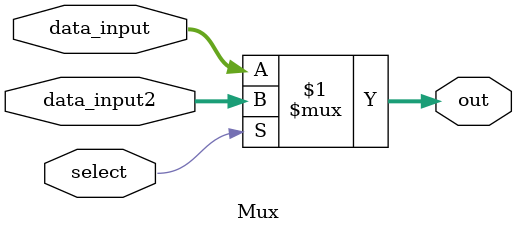
<source format=sv>

`timescale 1ns / 1ps


module Mux #(
    parameter int N = 4 // Number of data inputs,
)(
    input logic [N-1:0] data_input, data_input2, // Data inputs
    input logic  select, // Select input
    output logic [N-1:0] out // Output
);

    // Assign output based on select input
    assign out = select ? data_input2 : data_input; 

endmodule

</source>
